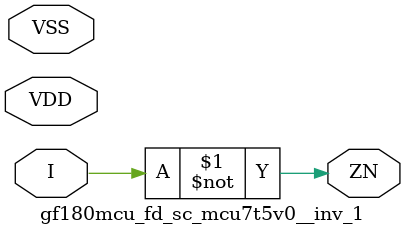
<source format=v>


module gf180mcu_fd_sc_mcu7t5v0__inv_1 ( I, ZN, VDD, VSS );

  input I;
  output ZN;
  inout VDD;
  inout VSS;
  assign ZN = ~I;
endmodule

</source>
